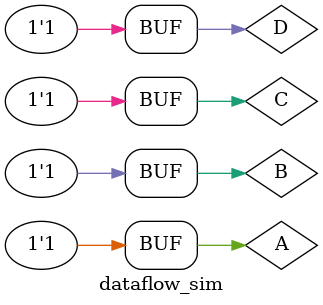
<source format=v>
`timescale 1ns / 1ps


module dataflow_sim();
//test bench does not have its own inputs or outputs
// Inputs to the Device Under Test (DUT) are reg type
// Inputs
reg A, B, C, D;
// Outputs from the DUT are wire type
wire e, f, g;
// Instantiate the module dataflow
dataflow UUT (A, B, C, D, e, f, g);
// Initialize Inputs
initial
begin

{A, B, C, D}=0; #100;
{A, B, C, D}=1; #100;
{A, B, C, D}=2; #100;
{A, B, C, D}=3; #100;
{A, B, C, D}=4; #100;
{A, B, C, D}=5; #100;
{A, B, C, D}=6; #100;
{A, B, C, D}=7; #100;
{A, B, C, D}=8; #100;
{A, B, C, D}=9; #100;
{A, B, C, D}=10; #100;
{A, B, C, D}=11; #100;
{A, B, C, D}=12; #100;
{A, B, C, D}=13; #100;
{A, B, C, D}=14; #100;
{A, B, C, D}=15; #100;

end 
endmodule
</source>
